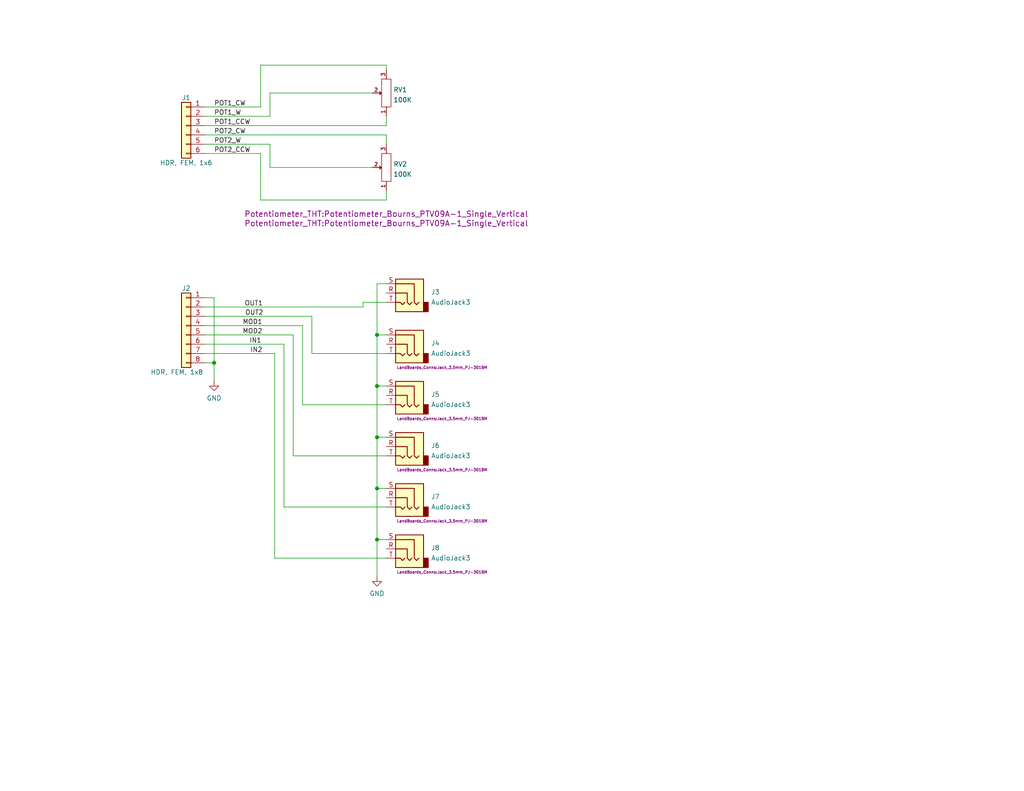
<source format=kicad_sch>
(kicad_sch (version 20211123) (generator eeschema)
  (paper "A")
  (title_block (date "2022-10-17"))
  (lib_symbols
    (symbol "Connector:AudioJack3"
      (property "Reference" "J" (at 0 8.89 0))
      (property "Value" "AudioJack3" (at 0 6.35 0))
      (symbol "AudioJack3_0_1"
        (rectangle (start -5.08 -5.08) (end -6.35 -2.54) (stroke (width 0.254)) (fill (type outline)))
        (polyline (pts (xy 0 -2.54) (xy 0.635 -3.175) (xy 1.27 -2.54) (xy 2.54 -2.54)) (stroke (width 0.254)))
        (polyline (pts (xy -1.905 -2.54) (xy -1.27 -3.175) (xy -0.635 -2.54) (xy -0.635 0) (xy 2.54 0)) (stroke (width 0.254)))
        (polyline (pts (xy 2.54 2.54) (xy -2.54 2.54) (xy -2.54 -2.54) (xy -3.175 -3.175) (xy -3.81 -2.54)) (stroke (width 0.254)))
        (rectangle (start 2.54 3.81) (end -5.08 -5.08) (stroke (width 0.254)) (fill (type background)))
      )
      (symbol "AudioJack3_1_1"
        (pin passive line (at 5.08 0 180) (length 2.54) (name "~") (number "R"))
        (pin passive line (at 5.08 2.54 180) (length 2.54) (name "~") (number "S"))
        (pin passive line (at 5.08 -2.54 180) (length 2.54) (name "~") (number "T"))
      )
    )
    (symbol "Connector_Generic:Conn_01x06" (pin_names (offset 1.016) hide)
      (property "Reference" "J" (at 0 7.62 0))
      (property "Value" "Conn_01x06" (at 0 -10.16 0))
      (symbol "Conn_01x06_1_1"
        (rectangle (start -1.27 -7.493) (end 0 -7.747) (stroke (width 0.1524)))
        (rectangle (start -1.27 -4.953) (end 0 -5.207) (stroke (width 0.1524)))
        (rectangle (start -1.27 -2.413) (end 0 -2.667) (stroke (width 0.1524)))
        (rectangle (start -1.27 0.127) (end 0 -0.127) (stroke (width 0.1524)))
        (rectangle (start -1.27 2.667) (end 0 2.413) (stroke (width 0.1524)))
        (rectangle (start -1.27 5.207) (end 0 4.953) (stroke (width 0.1524)))
        (rectangle (start -1.27 6.35) (end 1.27 -8.89) (stroke (width 0.254)) (fill (type background)))
        (pin passive line (at -5.08 5.08 0) (length 3.81) (name "Pin_1") (number "1"))
        (pin passive line (at -5.08 2.54 0) (length 3.81) (name "Pin_2") (number "2"))
        (pin passive line (at -5.08 0 0) (length 3.81) (name "Pin_3") (number "3"))
        (pin passive line (at -5.08 -2.54 0) (length 3.81) (name "Pin_4") (number "4"))
        (pin passive line (at -5.08 -5.08 0) (length 3.81) (name "Pin_5") (number "5"))
        (pin passive line (at -5.08 -7.62 0) (length 3.81) (name "Pin_6") (number "6"))
      )
    )
    (symbol "Connector_Generic:Conn_01x08" (pin_names (offset 1.016) hide)
      (property "Reference" "J" (at 0 10.16 0))
      (property "Value" "Conn_01x08" (at 0 -12.7 0))
      (symbol "Conn_01x08_1_1"
        (rectangle (start -1.27 -10.033) (end 0 -10.287) (stroke (width 0.1524)))
        (rectangle (start -1.27 -7.493) (end 0 -7.747) (stroke (width 0.1524)))
        (rectangle (start -1.27 -4.953) (end 0 -5.207) (stroke (width 0.1524)))
        (rectangle (start -1.27 -2.413) (end 0 -2.667) (stroke (width 0.1524)))
        (rectangle (start -1.27 0.127) (end 0 -0.127) (stroke (width 0.1524)))
        (rectangle (start -1.27 2.667) (end 0 2.413) (stroke (width 0.1524)))
        (rectangle (start -1.27 5.207) (end 0 4.953) (stroke (width 0.1524)))
        (rectangle (start -1.27 7.747) (end 0 7.493) (stroke (width 0.1524)))
        (rectangle (start -1.27 8.89) (end 1.27 -11.43) (stroke (width 0.254)) (fill (type background)))
        (pin passive line (at -5.08 7.62 0) (length 3.81) (name "Pin_1") (number "1"))
        (pin passive line (at -5.08 5.08 0) (length 3.81) (name "Pin_2") (number "2"))
        (pin passive line (at -5.08 2.54 0) (length 3.81) (name "Pin_3") (number "3"))
        (pin passive line (at -5.08 0 0) (length 3.81) (name "Pin_4") (number "4"))
        (pin passive line (at -5.08 -2.54 0) (length 3.81) (name "Pin_5") (number "5"))
        (pin passive line (at -5.08 -5.08 0) (length 3.81) (name "Pin_6") (number "6"))
        (pin passive line (at -5.08 -7.62 0) (length 3.81) (name "Pin_7") (number "7"))
        (pin passive line (at -5.08 -10.16 0) (length 3.81) (name "Pin_8") (number "8"))
      )
    )
    (symbol "LandBoards:POT" (pin_names (offset 1.016) hide)
      (property "Reference" "RV" (at 0 -2.54 0))
      (property "Value" "POT" (at 0 0 0))
      (symbol "POT_0_1"
        (rectangle (start -3.81 1.27) (end 3.81 -1.27))
        (polyline (pts (xy 0 1.27) (xy -0.508 1.778) (xy 0.508 1.778)) (fill (type outline)))
      )
      (symbol "POT_1_1"
        (pin passive line (at -6.35 0 0) (length 2.54) (name "1") (number "1"))
        (pin passive line (at 0 3.81 270) (length 2.032) (name "2") (number "2"))
        (pin passive line (at 6.35 0 180) (length 2.54) (name "3") (number "3"))
      )
    )
    (symbol "power:GND" (power) (pin_names (offset 0))
      (property "Value" "GND" (at 0 -3.81 0))
      (symbol "GND_0_1"
        (polyline (pts (xy 0 0) (xy 0 -1.27) (xy 1.27 -1.27) (xy 0 -2.54) (xy -1.27 -1.27) (xy 0 -1.27)))
      )
      (symbol "GND_1_1"
        (pin power_in line (at 0 0 270) (length 0) hide (name "GND") (number "1"))
      )
    )
  )
  (junction (at 102.87 147.32))
  (junction (at 102.87 119.38))
  (junction (at 102.87 105.41))
  (junction (at 58.42 99.06))
  (junction (at 102.87 133.35))
  (junction (at 102.87 91.44))
  (wire (pts (xy 71.12 54.61) (xy 105.41 54.61)))
  (wire (pts (xy 105.41 17.78) (xy 105.41 19.05)))
  (wire (pts (xy 102.87 133.35) (xy 105.41 133.35)))
  (wire (pts (xy 55.88 88.9) (xy 82.55 88.9)))
  (wire (pts (xy 80.01 91.44) (xy 80.01 124.46)))
  (wire (pts (xy 77.47 138.43) (xy 105.41 138.43)))
  (wire (pts (xy 85.09 86.36) (xy 85.09 96.52)))
  (wire (pts (xy 105.41 77.47) (xy 102.87 77.47)))
  (wire (pts (xy 102.87 147.32) (xy 102.87 157.48)))
  (wire (pts (xy 55.88 36.83) (xy 105.41 36.83)))
  (wire (pts (xy 102.87 105.41) (xy 105.41 105.41)))
  (wire (pts (xy 71.12 17.78) (xy 105.41 17.78)))
  (wire (pts (xy 102.87 105.41) (xy 102.87 119.38)))
  (wire (pts (xy 77.47 93.98) (xy 77.47 138.43)))
  (wire (pts (xy 102.87 119.38) (xy 102.87 133.35)))
  (wire (pts (xy 73.66 45.72) (xy 101.6 45.72)))
  (wire (pts (xy 58.42 99.06) (xy 55.88 99.06)))
  (wire (pts (xy 85.09 96.52) (xy 105.41 96.52)))
  (wire (pts (xy 55.88 34.29) (xy 105.41 34.29)))
  (wire (pts (xy 55.88 83.82) (xy 99.06 83.82)))
  (wire (pts (xy 55.88 86.36) (xy 85.09 86.36)))
  (wire (pts (xy 102.87 147.32) (xy 105.41 147.32)))
  (wire (pts (xy 55.88 81.28) (xy 58.42 81.28)))
  (wire (pts (xy 102.87 77.47) (xy 102.87 91.44)))
  (wire (pts (xy 55.88 93.98) (xy 77.47 93.98)))
  (wire (pts (xy 102.87 91.44) (xy 102.87 105.41)))
  (wire (pts (xy 80.01 124.46) (xy 105.41 124.46)))
  (wire (pts (xy 55.88 29.21) (xy 71.12 29.21)))
  (wire (pts (xy 102.87 133.35) (xy 102.87 147.32)))
  (wire (pts (xy 73.66 31.75) (xy 73.66 25.4)))
  (wire (pts (xy 82.55 88.9) (xy 82.55 110.49)))
  (wire (pts (xy 102.87 91.44) (xy 105.41 91.44)))
  (wire (pts (xy 71.12 29.21) (xy 71.12 17.78)))
  (wire (pts (xy 102.87 119.38) (xy 105.41 119.38)))
  (wire (pts (xy 99.06 83.82) (xy 99.06 82.55)))
  (wire (pts (xy 105.41 36.83) (xy 105.41 39.37)))
  (wire (pts (xy 74.93 152.4) (xy 105.41 152.4)))
  (wire (pts (xy 55.88 41.91) (xy 71.12 41.91)))
  (wire (pts (xy 105.41 54.61) (xy 105.41 52.07)))
  (wire (pts (xy 71.12 41.91) (xy 71.12 54.61)))
  (wire (pts (xy 74.93 96.52) (xy 74.93 152.4)))
  (wire (pts (xy 105.41 31.75) (xy 105.41 34.29)))
  (wire (pts (xy 58.42 99.06) (xy 58.42 104.14)))
  (wire (pts (xy 55.88 31.75) (xy 73.66 31.75)))
  (wire (pts (xy 55.88 39.37) (xy 73.66 39.37)))
  (wire (pts (xy 55.88 91.44) (xy 80.01 91.44)))
  (wire (pts (xy 99.06 82.55) (xy 105.41 82.55)))
  (wire (pts (xy 82.55 110.49) (xy 105.41 110.49)))
  (wire (pts (xy 74.93 96.52) (xy 55.88 96.52)))
  (wire (pts (xy 58.42 81.28) (xy 58.42 99.06)))
  (wire (pts (xy 73.66 39.37) (xy 73.66 45.72)))
  (wire (pts (xy 73.66 25.4) (xy 101.6 25.4)))
  (label "MOD1" (at 71.628 88.9 180))
  (label "IN2" (at 71.628 96.52 180))
  (label "IN1" (at 71.374 93.98 180))
  (label "POT2_CW" (at 58.42 36.83 0))
  (label "POT1_CW" (at 58.42 29.21 0))
  (label "POT2_W" (at 58.42 39.37 0))
  (label "OUT2" (at 71.882 86.36 180))
  (label "OUT1" (at 71.755 83.82 180))
  (label "MOD2" (at 71.628 91.44 180))
  (label "POT1_W" (at 58.42 31.75 0))
  (label "POT2_CCW" (at 58.42 41.91 0))
  (label "POT1_CCW" (at 58.42 34.29 0))
  (symbol (lib_id "Connector:AudioJack3") (at 110.49 149.86 0) (mirror y) (unit 1)
    (property "Reference" "J8" (at 117.602 149.5865 0) (effects (justify right)))
    (property "Value" "AudioJack3" (at 117.602 152.3616 0) (effects (justify right)))
    (property "Footprint" "LandBoards_Conns:Jack_3.5mm_PJ-301BM" (at 120.65 156.21 0) (effects (font (size 0.762 0.762))))
  )
  (symbol (lib_id "power:GND") (at 102.87 157.48 0) (mirror y) (unit 1)
    (property "Reference" "#PWR0102" (effects hide))
    (property "Value" "GND" (at 102.87 162.0425 0))
  )
  (symbol (lib_id "power:GND") (at 58.42 104.14 0) (mirror y) (unit 1)
    (property "Reference" "#PWR0101" (effects hide))
    (property "Value" "GND" (at 58.42 108.7025 0))
  )
  (symbol (lib_id "LandBoards:POT") (at 105.41 45.72 90) (unit 1)
    (property "Reference" "RV2" (at 107.315 44.8115 90) (effects (justify right)))
    (property "Value" "100K" (at 107.315 47.5866 90) (effects (justify right)))
    (property "Footprint" "Potentiometer_THT:Potentiometer_Bourns_PTV09A-1_Single_Vertical" (at 105.41 60.96 90) (effects (font (size 1.524 1.524))))
  )
  (symbol (lib_id "Connector:AudioJack3") (at 110.49 80.01 0) (mirror y) (unit 1)
    (property "Reference" "J3" (at 117.602 79.7365 0) (effects (justify right)))
    (property "Value" "AudioJack3" (at 117.602 82.5116 0) (effects (justify right)))
    (property "Footprint" "LandBoards_Conns:Jack_3.5mm_PJ-301BM" (effects hide))
  )
  (symbol (lib_id "Connector:AudioJack3") (at 110.49 121.92 0) (mirror y) (unit 1)
    (property "Reference" "J6" (at 117.602 121.6465 0) (effects (justify right)))
    (property "Value" "AudioJack3" (at 117.602 124.4216 0) (effects (justify right)))
    (property "Footprint" "LandBoards_Conns:Jack_3.5mm_PJ-301BM" (at 120.65 128.27 0) (effects (font (size 0.762 0.762))))
  )
  (symbol (lib_id "Connector:AudioJack3") (at 110.49 93.98 0) (mirror y) (unit 1)
    (property "Reference" "J4" (at 117.602 93.7065 0) (effects (justify right)))
    (property "Value" "AudioJack3" (at 117.602 96.4816 0) (effects (justify right)))
    (property "Footprint" "LandBoards_Conns:Jack_3.5mm_PJ-301BM" (at 120.65 100.33 0) (effects (font (size 0.762 0.762))))
  )
  (symbol (lib_id "Connector_Generic:Conn_01x08") (at 50.8 88.9 0) (mirror y) (unit 1)
    (property "Reference" "J2" (at 50.8 78.74 0))
    (property "Value" "HDR, FEM, 1x8" (at 48.26 101.6 0))
    (property "Footprint" "Connector_PinSocket_2.54mm:PinSocket_1x08_P2.54mm_Vertical" (effects hide))
  )
  (symbol (lib_id "Connector:AudioJack3") (at 110.49 107.95 0) (mirror y) (unit 1)
    (property "Reference" "J5" (at 117.602 107.6765 0) (effects (justify right)))
    (property "Value" "AudioJack3" (at 117.602 110.4516 0) (effects (justify right)))
    (property "Footprint" "LandBoards_Conns:Jack_3.5mm_PJ-301BM" (at 120.65 114.3 0) (effects (font (size 0.762 0.762))))
  )
  (symbol (lib_id "Connector_Generic:Conn_01x06") (at 50.8 34.29 0) (mirror y) (unit 1)
    (property "Reference" "J1" (at 50.8 26.67 0))
    (property "Value" "HDR, FEM, 1x6" (at 50.8 44.45 0))
    (property "Footprint" "Connector_PinSocket_2.54mm:PinSocket_1x06_P2.54mm_Vertical" (effects hide))
  )
  (symbol (lib_id "LandBoards:POT") (at 105.41 25.4 90) (unit 1)
    (property "Reference" "RV1" (at 107.315 24.4915 90) (effects (justify right)))
    (property "Value" "100K" (at 107.315 27.2666 90) (effects (justify right)))
    (property "Footprint" "Potentiometer_THT:Potentiometer_Bourns_PTV09A-1_Single_Vertical" (at 105.41 58.42 90) (effects (font (size 1.524 1.524))))
  )
  (symbol (lib_id "Connector:AudioJack3") (at 110.49 135.89 0) (mirror y) (unit 1)
    (property "Reference" "J7" (at 117.602 135.6165 0) (effects (justify right)))
    (property "Value" "AudioJack3" (at 117.602 138.3916 0) (effects (justify right)))
    (property "Footprint" "LandBoards_Conns:Jack_3.5mm_PJ-301BM" (at 120.65 142.24 0) (effects (font (size 0.762 0.762))))
  )
)
</source>
